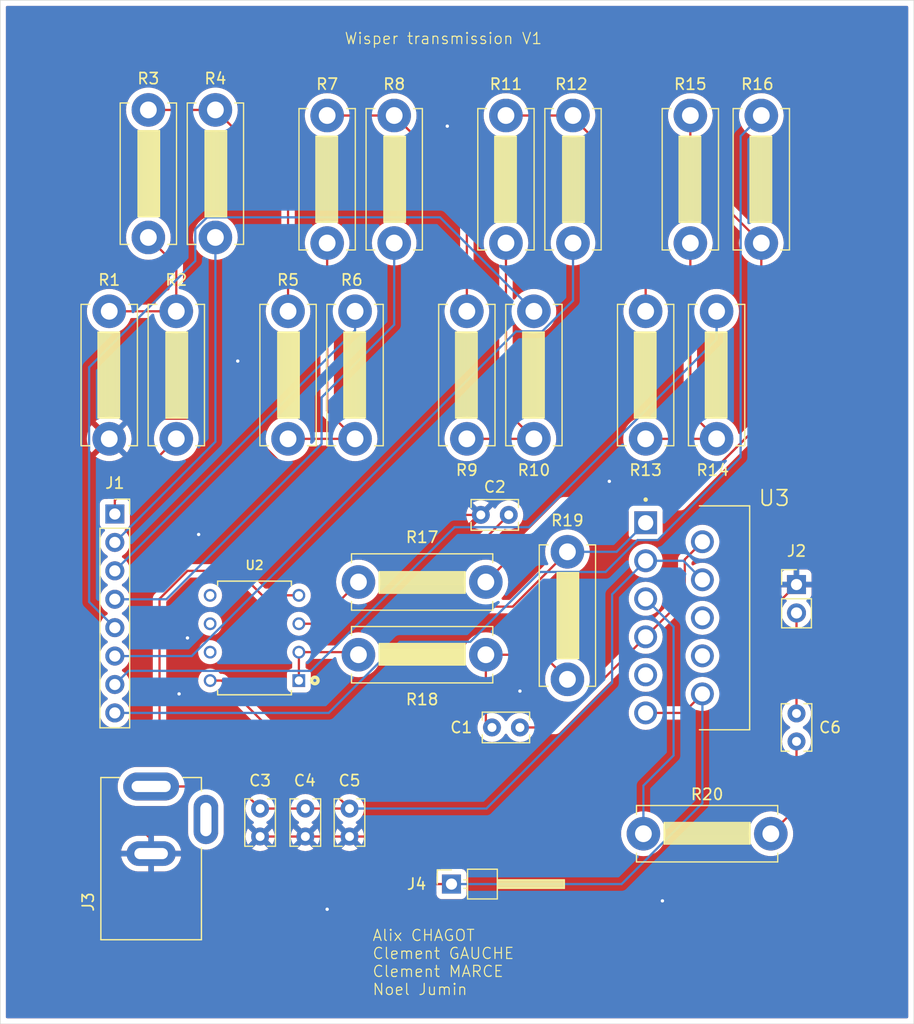
<source format=kicad_pcb>
(kicad_pcb (version 20240108) (generator "pcbnew") (generator_version "8.0")
  (layers (0 "F.Cu" signal) (31 "B.Cu" signal) (34 "B.Paste" user) (35 "F.Paste" user) (36 "B.SilkS" user "B.Silkscreen") (37 "F.SilkS" user "F.Silkscreen") (38 "B.Mask" user) (39 "F.Mask" user) (44 "Edge.Cuts" user))
  (net 0 "")
  (net 1 "Net-(C1-Pad2)")
  (net 2 "Net-(C1-Pad1)")
  (net 3 "Net-(C2-Pad2)")
  (net 4 "GND")
  (net 5 "Net-(J1-Pin_3)")
  (net 6 "Net-(J1-Pin_1)")
  (net 7 "Net-(J1-Pin_4)")
  (net 8 "Net-(J1-Pin_8)")
  (net 9 "Net-(J1-Pin_2)")
  (net 10 "Net-(J1-Pin_6)")
  (net 11 "Net-(J1-Pin_7)")
  (net 12 "Net-(J1-Pin_5)")
  (net 13 "Net-(J2-Pin_2)")
  (net 14 "Net-(R1-Pad2)")
  (net 15 "Net-(R3-Pad1)")
  (net 16 "Net-(R5-Pad2)")
  (net 17 "Net-(R7-Pad2)")
  (net 18 "Net-(R10-Pad1)")
  (net 19 "Net-(R11-Pad2)")
  (net 20 "Net-(R13-Pad1)")
  (net 21 "Net-(R15-Pad2)")
  (net 22 "Net-(R17-Pad2)")
  (net 23 "Net-(R18-Pad1)")
  (net 24 "Net-(C3-Pad2)")
  (net 27 "Net-(C6-Pad1)")
  (net 30 "Net-(R20-Pad1)")
  (net 31 "Net-(J4-Pin_1)")
  (footprint "Resistor_THT:R_Bare_Metal_Element_L12.4mm_W4.8mm_P11.40mm" (layer "F.Cu") (at 53.5 78.2 90)
    (property "Reference" "R1" (at 14.2 0 180) (layer "F.SilkS"))
    (property "Value" "R" (hide yes))
    (pad "1" thru_hole circle (at 0 0 90) (size 3 3) (drill 1.5) (layers "*.Cu" "*.Mask") (net 4 "GND"))
    (pad "2" thru_hole oval (at 11.4 0 90) (size 3 3) (drill 1.5) (layers "*.Cu" "*.Mask") (net 14 "Net-(R1-Pad2)"))
  )
  (footprint "Resistor_THT:R_Bare_Metal_Element_L12.4mm_W4.8mm_P11.40mm" (layer "F.Cu") (at 107.85 78.2 90)
    (property "Reference" "R14" (at -2.8 -0.35 180) (layer "F.SilkS"))
    (property "Value" "R" (hide yes))
    (pad "1" thru_hole circle (at 0 0 90) (size 3 3) (drill 1.5) (layers "*.Cu" "*.Mask") (net 20 "Net-(R13-Pad1)"))
    (pad "2" thru_hole oval (at 11.4 0 90) (size 3 3) (drill 1.5) (layers "*.Cu" "*.Mask") (net 11 "Net-(J1-Pin_7)"))
  )
  (footprint "Capacitor_THT:C_Rect_L4.0mm_W2.5mm_P2.50mm" (layer "F.Cu") (at 67 113.75 90)
    (property "Reference" "C3" (at 5 0 180) (layer "F.SilkS"))
    (property "Value" "C" (hide yes))
    (pad "1" thru_hole circle (at 0 0 90) (size 1.6 1.6) (drill 0.8) (layers "*.Cu" "*.Mask") (net 4 "GND"))
    (pad "2" thru_hole circle (at 2.5 0 90) (size 1.6 1.6) (drill 0.8) (layers "*.Cu" "*.Mask") (net 24 "Net-(C3-Pad2)"))
  )
  (footprint "Resistor_THT:R_Bare_Metal_Element_L12.4mm_W4.8mm_P11.40mm" (layer "F.Cu") (at 73 60.7 90)
    (property "Reference" "R7" (at 14.2 0 180) (layer "F.SilkS"))
    (property "Value" "R" (hide yes))
    (pad "1" thru_hole circle (at 0 0 90) (size 3 3) (drill 1.5) (layers "*.Cu" "*.Mask") (net 16 "Net-(R5-Pad2)"))
    (pad "2" thru_hole oval (at 11.4 0 90) (size 3 3) (drill 1.5) (layers "*.Cu" "*.Mask") (net 17 "Net-(R7-Pad2)"))
  )
  (footprint "Resistor_THT:R_Bare_Metal_Element_L12.4mm_W4.8mm_P11.40mm" (layer "F.Cu") (at 59.5 66.8 -90)
    (property "Reference" "R2" (at -2.8 0 180) (layer "F.SilkS"))
    (property "Value" "R" (hide yes))
    (pad "1" thru_hole circle (at 0 0 270) (size 3 3) (drill 1.5) (layers "*.Cu" "*.Mask") (net 14 "Net-(R1-Pad2)"))
    (pad "2" thru_hole oval (at 11.4 0 270) (size 3 3) (drill 1.5) (layers "*.Cu" "*.Mask") (net 6 "Net-(J1-Pin_1)"))
  )
  (footprint "Resistor_THT:R_Bare_Metal_Element_L12.4mm_W4.8mm_P11.40mm" (layer "F.Cu") (at 89 60.7 90)
    (property "Reference" "R11" (at 14.2 0 180) (layer "F.SilkS"))
    (property "Value" "R" (hide yes))
    (pad "1" thru_hole circle (at 0 0 90) (size 3 3) (drill 1.5) (layers "*.Cu" "*.Mask") (net 18 "Net-(R10-Pad1)"))
    (pad "2" thru_hole oval (at 11.4 0 90) (size 3 3) (drill 1.5) (layers "*.Cu" "*.Mask") (net 19 "Net-(R11-Pad2)"))
  )
  (footprint "Resistor_THT:R_Bare_Metal_Element_L12.4mm_W4.8mm_P11.40mm" (layer "F.Cu") (at 95 49.3 -90)
    (property "Reference" "R12" (at -2.8 0.15 0) (layer "F.SilkS"))
    (property "Value" "R" (hide yes))
    (pad "1" thru_hole circle (at 0 0 270) (size 3 3) (drill 1.5) (layers "*.Cu" "*.Mask") (net 19 "Net-(R11-Pad2)"))
    (pad "2" thru_hole oval (at 11.4 0 270) (size 3 3) (drill 1.5) (layers "*.Cu" "*.Mask") (net 10 "Net-(J1-Pin_6)"))
  )
  (footprint "Resistor_THT:R_Bare_Metal_Element_L12.4mm_W4.8mm_P11.40mm" (layer "F.Cu") (at 91.5 78.2 90)
    (property "Reference" "R10" (at -2.8 0 180) (layer "F.SilkS"))
    (property "Value" "R" (hide yes))
    (pad "1" thru_hole circle (at 0 0 90) (size 3 3) (drill 1.5) (layers "*.Cu" "*.Mask") (net 18 "Net-(R10-Pad1)"))
    (pad "2" thru_hole oval (at 11.4 0 90) (size 3 3) (drill 1.5) (layers "*.Cu" "*.Mask") (net 12 "Net-(J1-Pin_5)"))
  )
  (footprint "Resistor_THT:R_Bare_Metal_Element_L12.4mm_W4.8mm_P11.40mm" (layer "F.Cu") (at 94.5 88.3 -90)
    (property "Reference" "R19" (at -2.8 0 180) (layer "F.SilkS"))
    (property "Value" "R" (hide yes))
    (pad "1" thru_hole circle (at 0 0 270) (size 3 3) (drill 1.5) (layers "*.Cu" "*.Mask") (net 3 "Net-(C2-Pad2)"))
    (pad "2" thru_hole oval (at 11.4 0 270) (size 3 3) (drill 1.5) (layers "*.Cu" "*.Mask") (net 1 "Net-(C1-Pad2)"))
  )
  (footprint "Resistor_THT:R_Bare_Metal_Element_L12.4mm_W4.8mm_P11.40mm" (layer "F.Cu") (at 79 49.3 -90)
    (property "Reference" "R8" (at -2.8 0 180) (layer "F.SilkS"))
    (property "Value" "R" (hide yes))
    (pad "1" thru_hole circle (at 0 0 270) (size 3 3) (drill 1.5) (layers "*.Cu" "*.Mask") (net 17 "Net-(R7-Pad2)"))
    (pad "2" thru_hole oval (at 11.4 0 270) (size 3 3) (drill 1.5) (layers "*.Cu" "*.Mask") (net 7 "Net-(J1-Pin_4)"))
  )
  (footprint "OPA wisper:TO170P2027X462X2456-11" (layer "F.Cu") (at 101.5 85.7 -90)
    (property "Reference" "U3" (at -2.2 -11.5 180) (layer "F.SilkS") (effects (font (size 1.4 1.4))))
    (property "Value" "OPA541AP" (hide yes))
    (pad "1" thru_hole rect (at 0 0 270) (size 2.04 2.04) (drill 1.36) (layers "*.Cu" "*.Mask") (net 3 "Net-(C2-Pad2)"))
    (pad "2" thru_hole circle (at 1.7 -5.08 270) (size 2.04 2.04) (drill 1.36) (layers "*.Cu" "*.Mask") (net 2 "Net-(C1-Pad1)"))
    (pad "3" thru_hole circle (at 3.4 0 270) (size 2.04 2.04) (drill 1.36) (layers "*.Cu" "*.Mask") (net 24 "Net-(C3-Pad2)"))
    (pad "4" thru_hole circle (at 5.1 -5.08 270) (size 2.04 2.04) (drill 1.36) (layers "*.Cu" "*.Mask") (net 24 "Net-(C3-Pad2)"))
    (pad "5" thru_hole circle (at 6.8 0 270) (size 2.04 2.04) (drill 1.36) (layers "*.Cu" "*.Mask") (net 30 "Net-(R20-Pad1)"))
    (pad "6" thru_hole circle (at 8.5 -5.08 270) (size 2.04 2.04) (drill 1.36) (layers "*.Cu" "*.Mask"))
    (pad "7" thru_hole circle (at 10.2 0 270) (size 2.04 2.04) (drill 1.36) (layers "*.Cu" "*.Mask") (net 2 "Net-(C1-Pad1)"))
    (pad "8" thru_hole circle (at 11.9 -5.08 270) (size 2.04 2.04) (drill 1.36) (layers "*.Cu" "*.Mask"))
    (pad "9" thru_hole circle (at 13.6 0 270) (size 2.04 2.04) (drill 1.36) (layers "*.Cu" "*.Mask"))
    (pad "10" thru_hole circle (at 15.3 -5.08 270) (size 2.04 2.04) (drill 1.36) (layers "*.Cu" "*.Mask") (net 31 "Net-(J4-Pin_1)"))
    (pad "11" thru_hole circle (at 17 0 270) (size 2.04 2.04) (drill 1.36) (layers "*.Cu" "*.Mask") (net 31 "Net-(J4-Pin_1)"))
  )
  (footprint "Capacitor_THT:C_Rect_L4.0mm_W2.5mm_P2.50mm" (layer "F.Cu") (at 90.25 104 180)
    (property "Reference" "C1" (at 5.25 0 0) (layer "F.SilkS"))
    (property "Value" "C" (hide yes))
    (pad "1" thru_hole circle (at 0 0 180) (size 1.6 1.6) (drill 0.8) (layers "*.Cu" "*.Mask") (net 2 "Net-(C1-Pad1)"))
    (pad "2" thru_hole circle (at 2.5 0 180) (size 1.6 1.6) (drill 0.8) (layers "*.Cu" "*.Mask") (net 1 "Net-(C1-Pad2)"))
  )
  (footprint "Resistor_THT:R_Bare_Metal_Element_L12.4mm_W4.8mm_P11.40mm" (layer "F.Cu") (at 111.85 60.7 90)
    (property "Reference" "R16" (at 14.2 -0.35 180) (layer "F.SilkS"))
    (property "Value" "R" (hide yes))
    (pad "1" thru_hole circle (at 0 0 90) (size 3 3) (drill 1.5) (layers "*.Cu" "*.Mask") (net 21 "Net-(R15-Pad2)"))
    (pad "2" thru_hole oval (at 11.4 0 90) (size 3 3) (drill 1.5) (layers "*.Cu" "*.Mask") (net 8 "Net-(J1-Pin_8)"))
  )
  (footprint "Capacitor_THT:C_Rect_L4.0mm_W2.5mm_P2.50mm" (layer "F.Cu") (at 115 105.25 90)
    (property "Reference" "C6" (at 1.25 3 180) (layer "F.SilkS"))
    (property "Value" "C" (hide yes))
    (pad "1" thru_hole circle (at 0 0 90) (size 1.6 1.6) (drill 0.8) (layers "*.Cu" "*.Mask") (net 27 "Net-(C6-Pad1)"))
    (pad "2" thru_hole circle (at 2.5 0 90) (size 1.6 1.6) (drill 0.8) (layers "*.Cu" "*.Mask") (net 13 "Net-(J2-Pin_2)"))
  )
  (footprint "Resistor_THT:R_Bare_Metal_Element_L12.4mm_W4.8mm_P11.40mm" (layer "F.Cu") (at 75.8 97.5)
    (property "Reference" "R18" (at 5.7 4 180) (layer "F.SilkS"))
    (property "Value" "R" (hide yes))
    (pad "1" thru_hole circle (at 0 0) (size 3 3) (drill 1.5) (layers "*.Cu" "*.Mask") (net 23 "Net-(R18-Pad1)"))
    (pad "2" thru_hole oval (at 11.4 0) (size 3 3) (drill 1.5) (layers "*.Cu" "*.Mask") (net 1 "Net-(C1-Pad2)"))
  )
  (footprint "OPA wisper:LUMBERG_NEB_21_R" (layer "F.Cu") (at 57.25 115.275 90)
    (property "Reference" "J3" (at -4.325 -5.635 90) (layer "F.SilkS"))
    (property "Value" "NEB_21_R")
    (pad "B" thru_hole oval (at 3.05 4.9 90) (size 4.4 2.2) (drill oval 3 1) (layers "*.Cu" "*.Mask"))
    (pad "J" thru_hole oval (at 6 0 90) (size 2.5 5) (drill oval 1 3.5) (layers "*.Cu" "*.Mask") (net 24 "Net-(C3-Pad2)"))
    (pad "S" thru_hole oval (at 0 0 90) (size 2.2 4.4) (drill oval 1 3) (layers "*.Cu" "*.Mask") (net 4 "GND"))
  )
  (footprint "Resistor_THT:R_Bare_Metal_Element_L12.4mm_W4.8mm_P11.40mm" (layer "F.Cu") (at 63 48.8 -90)
    (property "Reference" "R4" (at -2.8 0 180) (layer "F.SilkS"))
    (property "Value" "R" (hide yes))
    (pad "1" thru_hole circle (at 0 0 270) (size 3 3) (drill 1.5) (layers "*.Cu" "*.Mask") (net 15 "Net-(R3-Pad1)"))
    (pad "2" thru_hole oval (at 11.4 0 270) (size 3 3) (drill 1.5) (layers "*.Cu" "*.Mask") (net 9 "Net-(J1-Pin_2)"))
  )
  (footprint "Resistor_THT:R_Bare_Metal_Element_L12.4mm_W4.8mm_P11.40mm" (layer "F.Cu") (at 101.3 113.5)
    (property "Reference" "R20" (at 5.7 -3.52 0) (layer "F.SilkS"))
    (property "Value" "R" (hide yes))
    (pad "1" thru_hole circle (at 0 0) (size 3 3) (drill 1.5) (layers "*.Cu" "*.Mask") (net 30 "Net-(R20-Pad1)"))
    (pad "2" thru_hole oval (at 11.4 0) (size 3 3) (drill 1.5) (layers "*.Cu" "*.Mask") (net 27 "Net-(C6-Pad1)"))
  )
  (footprint "Capacitor_THT:C_Rect_L4.0mm_W2.5mm_P2.50mm" (layer "F.Cu") (at 86.75 85)
    (property "Reference" "C2" (at 1.25 -2.5 0) (layer "F.SilkS"))
    (property "Value" "C" (hide yes))
    (pad "1" thru_hole circle (at 0 0) (size 1.6 1.6) (drill 0.8) (layers "*.Cu" "*.Mask") (net 4 "GND"))
    (pad "2" thru_hole circle (at 2.5 0) (size 1.6 1.6) (drill 0.8) (layers "*.Cu" "*.Mask") (net 3 "Net-(C2-Pad2)"))
  )
  (footprint "Resistor_THT:R_Bare_Metal_Element_L12.4mm_W4.8mm_P11.40mm" (layer "F.Cu") (at 57 48.8 -90)
    (property "Reference" "R3" (at -2.8 0 0) (layer "F.SilkS"))
    (property "Value" "R" (hide yes))
    (pad "1" thru_hole circle (at 0 0 270) (size 3 3) (drill 1.5) (layers "*.Cu" "*.Mask") (net 15 "Net-(R3-Pad1)"))
    (pad "2" thru_hole oval (at 11.4 0 270) (size 3 3) (drill 1.5) (layers "*.Cu" "*.Mask") (net 14 "Net-(R1-Pad2)"))
  )
  (footprint "Resistor_THT:R_Bare_Metal_Element_L12.4mm_W4.8mm_P11.40mm" (layer "F.Cu") (at 105.5 60.7 90)
    (property "Reference" "R15" (at 14.2 0 180) (layer "F.SilkS"))
    (property "Value" "R" (hide yes))
    (pad "1" thru_hole circle (at 0 0 90) (size 3 3) (drill 1.5) (layers "*.Cu" "*.Mask") (net 20 "Net-(R13-Pad1)"))
    (pad "2" thru_hole oval (at 11.4 0 90) (size 3 3) (drill 1.5) (layers "*.Cu" "*.Mask") (net 21 "Net-(R15-Pad2)"))
  )
  (footprint "Resistor_THT:R_Bare_Metal_Element_L12.4mm_W4.8mm_P11.40mm" (layer "F.Cu") (at 75.5 78.2 90)
    (property "Reference" "R6" (at 14.2 -0.3 180) (layer "F.SilkS"))
    (property "Value" "R" (hide yes))
    (pad "1" thru_hole circle (at 0 0 90) (size 3 3) (drill 1.5) (layers "*.Cu" "*.Mask") (net 16 "Net-(R5-Pad2)"))
    (pad "2" thru_hole oval (at 11.4 0 90) (size 3 3) (drill 1.5) (layers "*.Cu" "*.Mask") (net 5 "Net-(J1-Pin_3)"))
  )
  (footprint "Connector_PinSocket_2.54mm:PinSocket_1x08_P2.54mm_Vertical" (layer "F.Cu") (at 54 84.92)
    (property "Reference" "J1" (at 0 -2.77 0) (layer "F.SilkS"))
    (property "Value" "Conn_01x08_Pin" (hide yes))
    (pad "1" thru_hole rect (at 0 0) (size 1.7 1.7) (drill 1) (layers "*.Cu" "*.Mask") (net 6 "Net-(J1-Pin_1)"))
    (pad "2" thru_hole oval (at 0 2.54) (size 1.7 1.7) (drill 1) (layers "*.Cu" "*.Mask") (net 9 "Net-(J1-Pin_2)"))
    (pad "3" thru_hole oval (at 0 5.08) (size 1.7 1.7) (drill 1) (layers "*.Cu" "*.Mask") (net 5 "Net-(J1-Pin_3)"))
    (pad "4" thru_hole oval (at 0 7.62) (size 1.7 1.7) (drill 1) (layers "*.Cu" "*.Mask") (net 7 "Net-(J1-Pin_4)"))
    (pad "5" thru_hole oval (at 0 10.16) (size 1.7 1.7) (drill 1) (layers "*.Cu" "*.Mask") (net 12 "Net-(J1-Pin_5)"))
    (pad "6" thru_hole oval (at 0 12.7) (size 1.7 1.7) (drill 1) (layers "*.Cu" "*.Mask") (net 10 "Net-(J1-Pin_6)"))
    (pad "7" thru_hole oval (at 0 15.24) (size 1.7 1.7) (drill 1) (layers "*.Cu" "*.Mask") (net 11 "Net-(J1-Pin_7)"))
    (pad "8" thru_hole oval (at 0 17.78) (size 1.7 1.7) (drill 1) (layers "*.Cu" "*.Mask") (net 8 "Net-(J1-Pin_8)"))
  )
  (footprint "Resistor_THT:R_Bare_Metal_Element_L12.4mm_W4.8mm_P11.40mm" (layer "F.Cu") (at 87.2 91 180)
    (property "Reference" "R17" (at 5.7 4 180) (layer "F.SilkS"))
    (property "Value" "R" (hide yes))
    (pad "1" thru_hole circle (at 0 0 180) (size 3 3) (drill 1.5) (layers "*.Cu" "*.Mask") (net 21 "Net-(R15-Pad2)"))
    (pad "2" thru_hole oval (at 11.4 0 180) (size 3 3) (drill 1.5) (layers "*.Cu" "*.Mask") (net 22 "Net-(R17-Pad2)"))
  )
  (footprint "Capacitor_THT:C_Rect_L4.0mm_W2.5mm_P2.50mm" (layer "F.Cu") (at 71.05 113.75 90)
    (property "Reference" "C4" (at 5 -0.05 180) (layer "F.SilkS"))
    (property "Value" "C" (hide yes))
    (pad "1" thru_hole circle (at 0 0 90) (size 1.6 1.6) (drill 0.8) (layers "*.Cu" "*.Mask") (net 4 "GND"))
    (pad "2" thru_hole circle (at 2.5 0 90) (size 1.6 1.6) (drill 0.8) (layers "*.Cu" "*.Mask") (net 24 "Net-(C3-Pad2)"))
  )
  (footprint "Connector_PinHeader_2.54mm:PinHeader_1x02_P2.54mm_Vertical" (layer "F.Cu") (at 115 91.225)
    (property "Reference" "J2" (at 0 -3 0) (layer "F.SilkS"))
    (property "Value" "Conn_01x02_Pin" (hide yes))
    (pad "1" thru_hole rect (at 0 0) (size 1.7 1.7) (drill 1) (layers "*.Cu" "*.Mask") (net 4 "GND"))
    (pad "2" thru_hole oval (at 0 2.54) (size 1.7 1.7) (drill 1) (layers "*.Cu" "*.Mask") (net 13 "Net-(J2-Pin_2)"))
  )
  (footprint "OPA wisper:DIP794W45P254L1016H508Q8" (layer "F.Cu") (at 66.5 96 180)
    (property "Reference" "U2" (at 0 6.5 0) (layer "F.SilkS") (effects (font (size 0.8 0.8))))
    (property "Value" "OPA2604AP" (hide yes))
    (pad "1" thru_hole rect (at -3.97 -3.81 180) (size 1.14 1.14) (drill 0.74) (layers "*.Cu" "*.Mask") (net 23 "Net-(R18-Pad1)"))
    (pad "2" thru_hole circle (at -3.97 -1.27 180) (size 1.14 1.14) (drill 0.74) (layers "*.Cu" "*.Mask") (net 23 "Net-(R18-Pad1)"))
    (pad "3" thru_hole circle (at -3.97 1.27 180) (size 1.14 1.14) (drill 0.74) (layers "*.Cu" "*.Mask") (net 22 "Net-(R17-Pad2)"))
    (pad "4" thru_hole circle (at -3.97 3.81 180) (size 1.14 1.14) (drill 0.74) (layers "*.Cu" "*.Mask") (net 31 "Net-(J4-Pin_1)"))
    (pad "5" thru_hole circle (at 3.97 3.81 180) (size 1.14 1.14) (drill 0.74) (layers "*.Cu" "*.Mask"))
    (pad "6" thru_hole circle (at 3.97 1.27 180) (size 1.14 1.14) (drill 0.74) (layers "*.Cu" "*.Mask"))
    (pad "7" thru_hole circle (at 3.97 -1.27 180) (size 1.14 1.14) (drill 0.74) (layers "*.Cu" "*.Mask"))
    (pad "8" thru_hole circle (at 3.97 -3.81 180) (size 1.14 1.14) (drill 0.74) (layers "*.Cu" "*.Mask") (net 24 "Net-(C3-Pad2)"))
  )
  (footprint "Connector_PinHeader_2.54mm:PinHeader_1x01_P2.54mm_Horizontal" (layer "F.Cu") (at 84.125 118)
    (property "Reference" "J4" (at -3.125 0 0) (layer "F.SilkS"))
    (property "Value" "Conn_01x01_Pin" (hide yes))
    (pad "1" thru_hole rect (at 0 0) (size 1.7 1.7) (drill 1) (layers "*.Cu" "*.Mask") (net 31 "Net-(J4-Pin_1)"))
  )
  (footprint "Resistor_THT:R_Bare_Metal_Element_L12.4mm_W4.8mm_P11.40mm" (layer "F.Cu") (at 85.5 78.2 90)
    (property "Reference" "R9" (at -2.8 0 180) (layer "F.SilkS"))
    (property "Value" "R" (hide yes))
    (pad "1" thru_hole circle (at 0 0 90) (size 3 3) (drill 1.5) (layers "*.Cu" "*.Mask") (net 18 "Net-(R10-Pad1)"))
    (pad "2" thru_hole oval (at 11.4 0 90) (size 3 3) (drill 1.5) (layers "*.Cu" "*.Mask") (net 17 "Net-(R7-Pad2)"))
  )
  (footprint "Resistor_THT:R_Bare_Metal_Element_L12.4mm_W4.8mm_P11.40mm" (layer "F.Cu") (at 101.5 78.2 90)
    (property "Reference" "R13" (at -2.8 0 180) (layer "F.SilkS"))
    (property "Value" "R" (hide yes))
    (pad "1" thru_hole circle (at 0 0 90) (size 3 3) (drill 1.5) (layers "*.Cu" "*.Mask") (net 20 "Net-(R13-Pad1)"))
    (pad "2" thru_hole oval (at 11.4 0 90) (size 3 3) (drill 1.5) (layers "*.Cu" "*.Mask") (net 19 "Net-(R11-Pad2)"))
  )
  (footprint "Capacitor_THT:C_Rect_L4.0mm_W2.5mm_P2.50mm" (layer "F.Cu") (at 75 113.75 90)
    (property "Reference" "C5" (at 5 0 180) (layer "F.SilkS"))
    (property "Value" "C" (hide yes))
    (pad "1" thru_hole circle (at 0 0 90) (size 1.6 1.6) (drill 0.8) (layers "*.Cu" "*.Mask") (net 4 "GND"))
    (pad "2" thru_hole circle (at 2.5 0 90) (size 1.6 1.6) (drill 0.8) (layers "*.Cu" "*.Mask") (net 24 "Net-(C3-Pad2)"))
  )
  (footprint "Resistor_THT:R_Bare_Metal_Element_L12.4mm_W4.8mm_P11.40mm" (layer "F.Cu") (at 69.5 66.8 -90)
    (property "Reference" "R5" (at -2.8 0 180) (layer "F.SilkS"))
    (property "Value" "R" (hide yes))
    (pad "1" thru_hole circle (at 0 0 270) (size 3 3) (drill 1.5) (layers "*.Cu" "*.Mask") (net 15 "Net-(R3-Pad1)"))
    (pad "2" thru_hole oval (at 11.4 0 270) (size 3 3) (drill 1.5) (layers "*.Cu" "*.Mask") (net 16 "Net-(R5-Pad2)"))
  )
  (gr_rect (start 43.75 39) (end 125.5 130.5) (stroke (width 0.05)) (fill none) (layer "Edge.Cuts"))
  (gr_text "Alix CHAGOT\nClement GAUCHE\nClement MARCE\nNoel Jumin" (at 77 128 0) (layer "F.SilkS") (effects (font (size 1 1) (thickness 0.1)) (justify left bottom)))
  (gr_text "Wisper transmission V1" (at 74.5 43 0) (layer "F.SilkS") (effects (font (size 1 1) (thickness 0.1)) (justify left bottom)))
  (segment (start 87.2 103.45) (end 87.75 104) (width 0.2) (layer "F.Cu") (net 1))
  (segment (start 87.2 97.5) (end 92.3 97.5) (width 0.2) (layer "F.Cu") (net 1))
  (segment (start 87.2 97.5) (end 87.2 103.45) (width 0.2) (layer "F.Cu") (net 1))
  (segment (start 92.3 97.5) (end 94.5 99.7) (width 0.2) (layer "F.Cu") (net 1))
  (segment (start 101.5 95.9) (end 105 92.4) (width 0.2) (layer "F.Cu") (net 2))
  (segment (start 90.25 104) (end 93.4 104) (width 0.2) (layer "F.Cu") (net 2))
  (segment (start 93.4 104) (end 101.5 95.9) (width 0.2) (layer "F.Cu") (net 2))
  (segment (start 105 92.4) (end 105 88.98) (width 0.2) (layer "F.Cu") (net 2))
  (segment (start 105 88.98) (end 106.58 87.4) (width 0.2) (layer "F.Cu") (net 2))
  (segment (start 85 89.25) (end 85 92) (width 0.2) (layer "F.Cu") (net 3))
  (segment (start 89.6 93.2) (end 94.5 88.3) (width 0.2) (layer "F.Cu") (net 3))
  (segment (start 85 92) (end 86.2 93.2) (width 0.2) (layer "F.Cu") (net 3))
  (segment (start 89.25 85) (end 85 89.25) (width 0.2) (layer "F.Cu") (net 3))
  (segment (start 86.2 93.2) (end 89.6 93.2) (width 0.2) (layer "F.Cu") (net 3))
  (segment (start 94.5 88.3) (end 98.9 88.3) (width 0.2) (layer "B.Cu") (net 3))
  (segment (start 98.9 88.3) (end 101.5 85.7) (width 0.2) (layer "B.Cu") (net 3))
  (segment (start 57.25 114) (end 54 110.75) (width 0.2) (layer "F.Cu") (net 4))
  (segment (start 61.75 98.5) (end 63.25 98.5) (width 0.2) (layer "F.Cu") (net 4))
  (segment (start 112 94.225) (end 115 91.225) (width 0.2) (layer "F.Cu") (net 4))
  (segment (start 63.25 98.5) (end 68.25 93.5) (width 0.2) (layer "F.Cu") (net 4))
  (segment (start 54 110.75) (end 54 108.5) (width 0.2) (layer "F.Cu") (net 4))
  (segment (start 68.25 93.5) (end 71.25 93.5) (width 0.2) (layer "F.Cu") (net 4))
  (segment (start 72.5 89.25) (end 76.75 85) (width 0.2) (layer "F.Cu") (net 4))
  (segment (start 71.05 113.75) (end 67 113.75) (width 0.2) (layer "F.Cu") (net 4))
  (segment (start 95.25 113.75) (end 102.5 106.5) (width 0.2) (layer "F.Cu") (net 4))
  (segment (start 71.25 93.5) (end 72.5 92.25) (width 0.2) (layer "F.Cu") (net 4))
  (segment (start 65.475 115.275) (end 67 113.75) (width 0.2) (layer "F.Cu") (net 4))
  (segment (start 57.25 115.275) (end 65.475 115.275) (width 0.2) (layer "F.Cu") (net 4))
  (segment (start 64.9 76.4) (end 73.5 85) (width 0.2) (layer "F.Cu") (net 4))
  (segment (start 72.5 92.25) (end 72.5 89.25) (width 0.2) (layer "F.Cu") (net 4))
  (segment (start 102.5 106.5) (end 107.5 106.5) (width 0.2) (layer "F.Cu") (net 4))
  (segment (start 107.5 106.5) (end 112 102) (width 0.2) (layer "F.Cu") (net 4))
  (segment (start 73.5 85) (end 86.75 85) (width 0.2) (layer "F.Cu") (net 4))
  (segment (start 57.25 115.275) (end 57.25 114) (width 0.2) (layer "F.Cu") (net 4))
  (segment (start 75 113.75) (end 95.25 113.75) (width 0.2) (layer "F.Cu") (net 4))
  (segment (start 60.75 101.75) (end 60.75 99.5) (width 0.2) (layer "F.Cu") (net 4))
  (segment (start 55.3 76.4) (end 64.9 76.4) (width 0.2) (layer "F.Cu") (net 4))
  (segment (start 53.5 78.2) (end 55.3 76.4) (width 0.2) (layer "F.Cu") (net 4))
  (segment (start 54 108.5) (end 60.75 101.75) (width 0.2) (layer "F.Cu") (net 4))
  (segment (start 75 113.75) (end 71.05 113.75) (width 0.2) (layer "F.Cu") (net 4))
  (segment (start 76.75 85) (end 86.75 85) (width 0.2) (layer "F.Cu") (net 4))
  (segment (start 112 102) (end 112 94.225) (width 0.2) (layer "F.Cu") (net 4))
  (segment (start 60.75 99.5) (end 61.75 98.5) (width 0.2) (layer "F.Cu") (net 4))
  (via (at 90.25 100.75) (size 0.6) (drill 0.3) (layers "F.Cu" "B.Cu") (net 4))
  (via (at 65 71.25) (size 0.6) (drill 0.3) (layers "F.Cu" "B.Cu") (net 4))
  (via (at 73 120.25) (size 0.6) (drill 0.3) (layers "F.Cu" "B.Cu") (net 4))
  (via (at 103 119.5) (size 0.6) (drill 0.3) (layers "F.Cu" "B.Cu") (net 4))
  (via (at 83.75 50.25) (size 0.6) (drill 0.3) (layers "F.Cu" "B.Cu") (net 4))
  (via (at 61.5 86.75) (size 0.6) (drill 0.3) (layers "F.Cu" "B.Cu") (net 4))
  (via (at 59.75 101) (size 0.6) (drill 0.3) (layers "F.Cu" "B.Cu") (net 4))
  (via (at 98.25 82) (size 0.6) (drill 0.3) (layers "F.Cu" "B.Cu") (net 4))
  (via (at 60.5 96) (size 0.6) (drill 0.3) (layers "F.Cu" "B.Cu") (net 4))
  (segment (start 75.5 68.5) (end 75.5 66.8) (width 0.2) (layer "B.Cu") (net 5))
  (segment (start 54 90) (end 75.5 68.5) (width 0.2) (layer "B.Cu") (net 5))
  (segment (start 54 83.7) (end 59.5 78.2) (width 0.2) (layer "F.Cu") (net 6))
  (segment (start 54 84.92) (end 54 83.7) (width 0.2) (layer "F.Cu") (net 6))
  (segment (start 58.614415 92.54) (end 72.5 78.654415) (width 0.2) (layer "B.Cu") (net 7))
  (segment (start 79 68) (end 79 60.7) (width 0.2) (layer "B.Cu") (net 7))
  (segment (start 72.5 74.5) (end 79 68) (width 0.2) (layer "B.Cu") (net 7))
  (segment (start 54 92.54) (end 58.614415 92.54) (width 0.2) (layer "B.Cu") (net 7))
  (segment (start 72.5 78.654415) (end 72.5 74.5) (width 0.2) (layer "B.Cu") (net 7))
  (segment (start 54 102.7) (end 73.145585 102.7) (width 0.2) (layer "B.Cu") (net 8))
  (segment (start 110 79.84) (end 110 51.15) (width 0.2) (layer "B.Cu") (net 8))
  (segment (start 73.145585 102.7) (end 79.5 96.345585) (width 0.2) (layer "B.Cu") (net 8))
  (segment (start 97.92 90.1) (end 100.77 87.25) (width 0.2) (layer "B.Cu") (net 8))
  (segment (start 92.054415 90.1) (end 97.92 90.1) (width 0.2) (layer "B.Cu") (net 8))
  (segment (start 85.80883 96.345585) (end 92.054415 90.1) (width 0.2) (layer "B.Cu") (net 8))
  (segment (start 100.77 87.25) (end 102.59 87.25) (width 0.2) (layer "B.Cu") (net 8))
  (segment (start 102.59 87.25) (end 110 79.84) (width 0.2) (layer "B.Cu") (net 8))
  (segment (start 79.5 96.345585) (end 85.80883 96.345585) (width 0.2) (layer "B.Cu") (net 8))
  (segment (start 110 51.15) (end 111.85 49.3) (width 0.2) (layer "B.Cu") (net 8))
  (segment (start 54 87.46) (end 63 78.46) (width 0.2) (layer "B.Cu") (net 9))
  (segment (start 63 78.46) (end 63 60.2) (width 0.2) (layer "B.Cu") (net 9))
  (segment (start 95 65.845585) (end 95 60.7) (width 0.2) (layer "B.Cu") (net 10))
  (segment (start 89.9 68.6) (end 92.245585 68.6) (width 0.2) (layer "B.Cu") (net 10))
  (segment (start 92.245585 68.6) (end 95 65.845585) (width 0.2) (layer "B.Cu") (net 10))
  (segment (start 54 97.62) (end 60.88 97.62) (width 0.2) (layer "B.Cu") (net 10))
  (segment (start 60.88 97.62) (end 89.9 68.6) (width 0.2) (layer "B.Cu") (net 10))
  (segment (start 71.56 98.94) (end 84.4 86.1) (width 0.2) (layer "B.Cu") (net 11))
  (segment (start 107.85 69.304415) (end 107.85 66.8) (width 0.2) (layer "B.Cu") (net 11))
  (segment (start 54 100.16) (end 55.22 98.94) (width 0.2) (layer "B.Cu") (net 11))
  (segment (start 91.054415 86.1) (end 107.85 69.304415) (width 0.2) (layer "B.Cu") (net 11))
  (segment (start 84.4 86.1) (end 91.054415 86.1) (width 0.2) (layer "B.Cu") (net 11))
  (segment (start 55.22 98.94) (end 71.56 98.94) (width 0.2) (layer "B.Cu") (net 11))
  (segment (start 51.7 71.8) (end 61.2 62.3) (width 0.2) (layer "B.Cu") (net 12))
  (segment (start 51.7 92.78) (end 51.7 71.8) (width 0.2) (layer "B.Cu") (net 12))
  (segment (start 61.2 59.454415) (end 62.254415 58.4) (width 0.2) (layer "B.Cu") (net 12))
  (segment (start 62.254415 58.4) (end 83.1 58.4) (width 0.2) (layer "B.Cu") (net 12))
  (segment (start 54 95.08) (end 51.7 92.78) (width 0.2) (layer "B.Cu") (net 12))
  (segment (start 61.2 62.3) (end 61.2 59.454415) (width 0.2) (layer "B.Cu") (net 12))
  (segment (start 83.1 58.4) (end 91.5 66.8) (width 0.2) (layer "B.Cu") (net 12))
  (segment (start 115 93.765) (end 115 102.75) (width 0.2) (layer "F.Cu") (net 13))
  (segment (start 59.5 66.8) (end 59.5 62.7) (width 0.2) (layer "F.Cu") (net 14))
  (segment (start 59.5 62.7) (end 57 60.2) (width 0.2) (layer "F.Cu") (net 14))
  (segment (start 59.5 66.8) (end 53.5 66.8) (width 0.2) (layer "F.Cu") (net 14))
  (segment (start 69.5 55.3) (end 69.5 66.8) (width 0.2) (layer "F.Cu") (net 15))
  (segment (start 57 48.8) (end 63 48.8) (width 0.2) (layer "F.Cu") (net 15))
  (segment (start 63 48.8) (end 69.5 55.3) (width 0.2) (layer "F.Cu") (net 15))
  (segment (start 73 60.7) (end 73 75.7) (width 0.2) (layer "F.Cu") (net 16))
  (segment (start 73 75.7) (end 75.5 78.2) (width 0.2) (layer "F.Cu") (net 16))
  (segment (start 69.5 78.2) (end 75.5 78.2) (width 0.2) (layer "F.Cu") (net 16))
  (segment (start 85.5 55.8) (end 85.5 66.8) (width 0.2) (layer "F.Cu") (net 17))
  (segment (start 73 49.3) (end 79 49.3) (width 0.2) (layer "F.Cu") (net 17))
  (segment (start 79 49.3) (end 85.5 55.8) (width 0.2) (layer "F.Cu") (net 17))
  (segment (start 91.5 78.2) (end 89 75.7) (width 0.2) (layer "F.Cu") (net 18))
  (segment (start 89 75.7) (end 89 60.7) (width 0.2) (layer "F.Cu") (net 18))
  (segment (start 85.5 78.2) (end 91.5 78.2) (width 0.2) (layer "F.Cu") (net 18))
  (segment (start 95 49.3) (end 95 49.5) (width 0.2) (layer "F.Cu") (net 19))
  (segment (start 89 49.3) (end 95 49.3) (width 0.2) (layer "F.Cu") (net 19))
  (segment (start 101.5 56) (end 101.5 66.8) (width 0.2) (layer "F.Cu") (net 19))
  (segment (start 95 49.5) (end 101.5 56) (width 0.2) (layer "F.Cu") (net 19))
  (segment (start 101.5 78.2) (end 107.85 78.2) (width 0.2) (layer "F.Cu") (net 20))
  (segment (start 105.5 75.85) (end 105.5 60.7) (width 0.2) (layer "F.Cu") (net 20))
  (segment (start 107.85 78.2) (end 105.5 75.85) (width 0.2) (layer "F.Cu") (net 20))
  (segment (start 105.5 54.35) (end 111.85 60.7) (width 0.2) (layer "F.Cu") (net 21))
  (segment (start 105.5 49.3) (end 105.5 54.35) (width 0.2) (layer "F.Cu") (net 21))
  (segment (start 104.595585 84) (end 94.2 84) (width 0.2) (layer "F.Cu") (net 21))
  (segment (start 94.2 84) (end 87.2 91) (width 0.2) (layer "F.Cu") (net 21))
  (segment (start 111.85 76.745585) (end 104.595585 84) (width 0.2) (layer "F.Cu") (net 21))
  (segment (start 111.85 60.7) (end 111.85 76.745585) (width 0.2) (layer "F.Cu") (net 21))
  (segment (start 72.07 94.73) (end 70.47 94.73) (width 0.2) (layer "F.Cu") (net 22))
  (segment (start 75.8 91) (end 72.07 94.73) (width 0.2) (layer "F.Cu") (net 22))
  (segment (start 70.47 99.81) (end 70.47 97.27) (width 0.2) (layer "F.Cu") (net 23))
  (segment (start 70.47 97.27) (end 75.57 97.27) (width 0.2) (layer "F.Cu") (net 23))
  (segment (start 75.57 97.27) (end 75.8 97.5) (width 0.2) (layer "F.Cu") (net 23))
  (segment (start 75 111.25) (end 63.56 99.81) (width 0.2) (layer "F.Cu") (net 24))
  (segment (start 61.5 109) (end 61.225 109.275) (width 0.2) (layer "F.Cu") (net 24))
  (segment (start 64.75 109) (end 61.5 109) (width 0.2) (layer "F.Cu") (net 24))
  (segment (start 71.05 111.25) (end 75 111.25) (width 0.2) (layer "F.Cu") (net 24))
  (segment (start 61.225 109.275) (end 57.25 109.275) (width 0.2) (layer "F.Cu") (net 24))
  (segment (start 63.56 99.81) (end 62.53 99.81) (width 0.2) (layer "F.Cu") (net 24))
  (segment (start 67 111.25) (end 71.05 111.25) (width 0.2) (layer "F.Cu") (net 24))
  (segment (start 67 111.25) (end 64.75 109) (width 0.2) (layer "F.Cu") (net 24))
  (segment (start 75 111.25) (end 87.25 111.25) (width 0.2) (layer "B.Cu") (net 24))
  (segment (start 101.5 89.1) (end 104.88 89.1) (width 0.2) (layer "B.Cu") (net 24))
  (segment (start 98.5 100) (end 98.5 92.1) (width 0.2) (layer "B.Cu") (net 24))
  (segment (start 104.88 89.1) (end 106.58 90.8) (width 0.2) (layer "B.Cu") (net 24))
  (segment (start 98.5 92.1) (end 101.5 89.1) (width 0.2) (layer "B.Cu") (net 24))
  (segment (start 87.25 111.25) (end 98.5 100) (width 0.2) (layer "B.Cu") (net 24))
  (segment (start 115 105.25) (end 115 111.2) (width 0.2) (layer "F.Cu") (net 27))
  (segment (start 115 111.2) (end 112.7 113.5) (width 0.2) (layer "F.Cu") (net 27))
  (segment (start 101.3 113.5) (end 101.3 109.2) (width 0.2) (layer "B.Cu") (net 30))
  (segment (start 104 106.5) (end 104 95) (width 0.2) (layer "B.Cu") (net 30))
  (segment (start 101.3 109.2) (end 104 106.5) (width 0.2) (layer "B.Cu") (net 30))
  (segment (start 104 95) (end 101.5 92.5) (width 0.2) (layer "B.Cu") (net 30))
  (segment (start 51.5 110) (end 58 103.5) (width 0.2) (layer "F.Cu") (net 31))
  (segment (start 65 90) (end 67.19 92.19) (width 0.2) (layer "F.Cu") (net 31))
  (segment (start 58 103.5) (end 58 92.5) (width 0.2) (layer "F.Cu") (net 31))
  (segment (start 54 118) (end 51.5 115.5) (width 0.2) (layer "F.Cu") (net 31))
  (segment (start 60.5 90) (end 65 90) (width 0.2) (layer "F.Cu") (net 31))
  (segment (start 84.125 118) (end 54 118) (width 0.2) (layer "F.Cu") (net 31))
  (segment (start 51.5 115.5) (end 51.5 110) (width 0.2) (layer "F.Cu") (net 31))
  (segment (start 67.19 92.19) (end 70.47 92.19) (width 0.2) (layer "F.Cu") (net 31))
  (segment (start 104.88 102.7) (end 106.58 101) (width 0.2) (layer "F.Cu") (net 31))
  (segment (start 101.5 102.7) (end 104.88 102.7) (width 0.2) (layer "F.Cu") (net 31))
  (segment (start 58 92.5) (end 60.5 90) (width 0.2) (layer "F.Cu") (net 31))
  (segment (start 106.58 110.765585) (end 106.58 101) (width 0.2) (layer "B.Cu") (net 31))
  (segment (start 84.125 118) (end 99.345585 118) (width 0.2) (layer "B.Cu") (net 31))
  (segment (start 99.345585 118) (end 106.58 110.765585) (width 0.2) (layer "B.Cu") (net 31))
  (zone (net 4) (net_name "GND") (layer "F.Cu") (connect_pads (clearance 0.5)) (min_thickness 0.25) (fill yes (thermal_gap 0.5) (thermal_bridge_width 0.5))
    (polygon (pts (xy 43.75 39) (xy 125.5 39) (xy 125.5 130.5) (xy 43.75 130.5)))
  )
  (zone (net 4) (net_name "GND") (layer "B.Cu") (priority 1) (connect_pads (clearance 0.5)) (min_thickness 0.25) (fill yes (thermal_gap 0.5) (thermal_bridge_width 0.5))
    (polygon (pts (xy 43.75 39) (xy 125.5 39) (xy 125.5 130.5) (xy 43.75 130.5)))
  )
)
</source>
